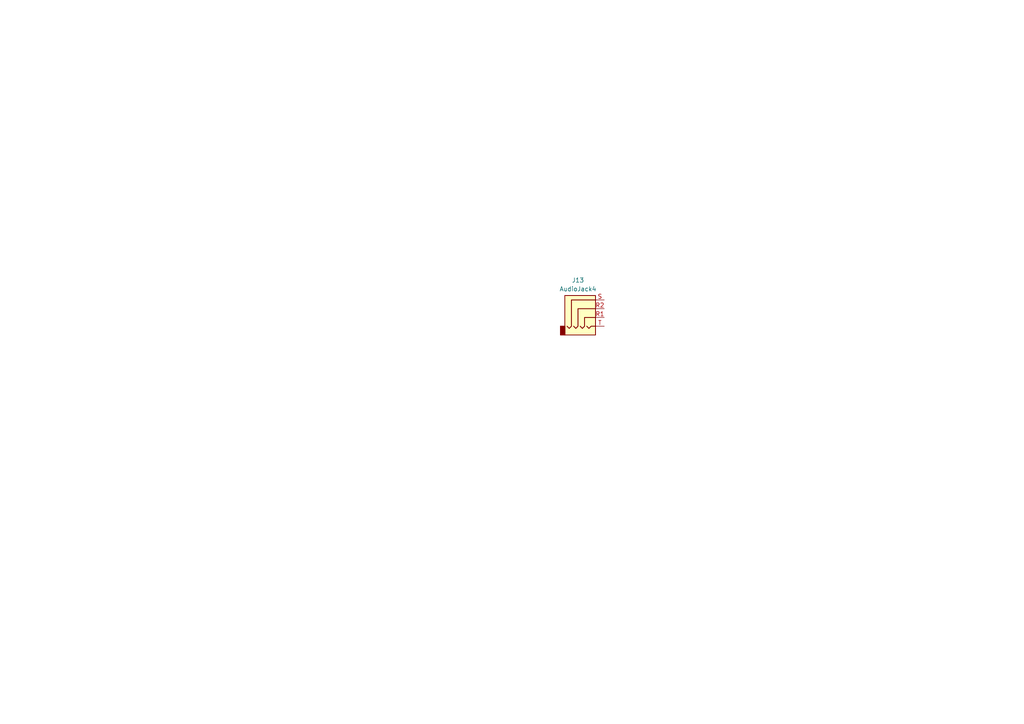
<source format=kicad_sch>
(kicad_sch (version 20230121) (generator eeschema)
  (paper "A4")
  (lib_symbols
    (symbol "Connector_Audio:AudioJack4"
      (property "Reference" "J" (at 0 8.89 0))
      (property "Value" "AudioJack4" (at 0 6.35 0))
      (symbol "AudioJack4_0_1"
        (rectangle (start -6.35 -5.08) (end -7.62 -7.62) (stroke (width 0.254)) (fill (type outline)))
        (polyline (pts (xy 0 -5.08) (xy 0.635 -5.715) (xy 1.27 -5.08) (xy 2.54 -5.08)) (stroke (width 0.254)))
        (polyline (pts (xy -5.715 -5.08) (xy -5.08 -5.715) (xy -4.445 -5.08) (xy -4.445 2.54) (xy 2.54 2.54)) (stroke (width 0.254)))
        (polyline (pts (xy -1.905 -5.08) (xy -1.27 -5.715) (xy -0.635 -5.08) (xy -0.635 -2.54) (xy 2.54 -2.54)) (stroke (width 0.254)))
        (polyline (pts (xy 2.54 0) (xy -2.54 0) (xy -2.54 -5.08) (xy -3.175 -5.715) (xy -3.81 -5.08)) (stroke (width 0.254)))
        (rectangle (start 2.54 3.81) (end -6.35 -7.62) (stroke (width 0.254)) (fill (type background)))
      )
      (symbol "AudioJack4_1_1"
        (pin passive line (at 5.08 -2.54 180) (length 2.54) (name "~") (number "R1"))
        (pin passive line (at 5.08 0 180) (length 2.54) (name "~") (number "R2"))
        (pin passive line (at 5.08 2.54 180) (length 2.54) (name "~") (number "S"))
        (pin passive line (at 5.08 -5.08 180) (length 2.54) (name "~") (number "T"))
      )
    )
  )
  (symbol (lib_id "Connector_Audio:AudioJack4") (at 170.18 89.535 0) (unit 1)
    (property "Reference" "J13" (at 167.64 81.28 0))
    (property "Value" "AudioJack4" (at 167.64 83.82 0))
    (property "Footprint" "Connector_Audio:Jack_3.5mm_PJ320D_Horizontal" (effects hide))
  )
)
</source>
